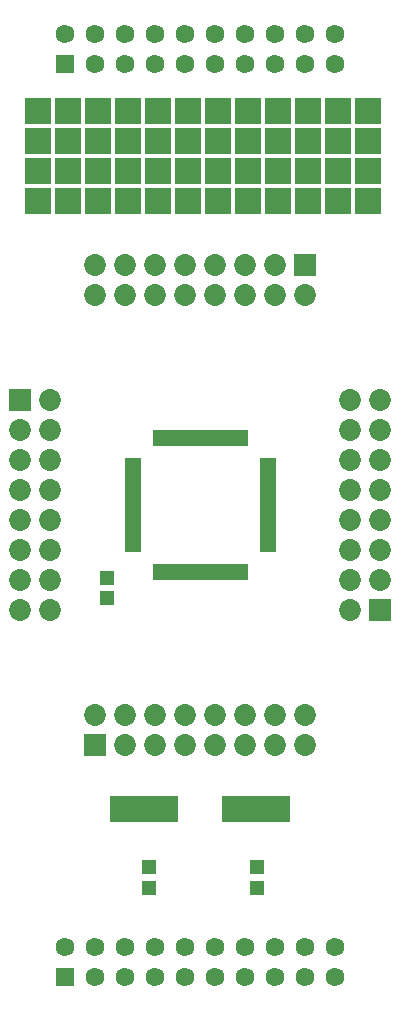
<source format=gbr>
%TF.GenerationSoftware,Altium Limited,Altium Designer,23.4.1 (23)*%
G04 Layer_Color=8388736*
%FSLAX45Y45*%
%MOMM*%
%TF.SameCoordinates,FC7CEE8C-9C91-443A-B6C4-03D5C87B0654*%
%TF.FilePolarity,Negative*%
%TF.FileFunction,Soldermask,Top*%
%TF.Part,Single*%
G01*
G75*
%TA.AperFunction,SMDPad,CuDef*%
%ADD26R,1.40320X0.50320*%
%ADD27R,0.50320X1.40320*%
%ADD28R,1.20320X1.30320*%
%ADD29R,5.80320X2.30320*%
%TA.AperFunction,ComponentPad*%
%ADD30C,1.85320*%
%ADD31R,1.85320X1.85320*%
%ADD32R,1.85320X1.85320*%
%TA.AperFunction,ViaPad*%
%ADD33R,2.20320X2.20320*%
%TA.AperFunction,ComponentPad*%
%ADD34R,1.59320X1.59320*%
%ADD35C,1.59320*%
D26*
X1080000Y4125000D02*
D03*
Y4175000D02*
D03*
Y4225000D02*
D03*
Y4275000D02*
D03*
Y4325000D02*
D03*
Y4375000D02*
D03*
Y4425000D02*
D03*
Y4475000D02*
D03*
Y4525000D02*
D03*
Y4575000D02*
D03*
Y4625000D02*
D03*
Y4675000D02*
D03*
Y4725000D02*
D03*
Y4775000D02*
D03*
Y4825000D02*
D03*
Y4875000D02*
D03*
X2220000D02*
D03*
Y4825000D02*
D03*
Y4775000D02*
D03*
Y4725000D02*
D03*
Y4675000D02*
D03*
Y4625000D02*
D03*
Y4575000D02*
D03*
Y4525000D02*
D03*
Y4475000D02*
D03*
Y4425000D02*
D03*
Y4375000D02*
D03*
Y4325000D02*
D03*
Y4275000D02*
D03*
Y4225000D02*
D03*
Y4175000D02*
D03*
Y4125000D02*
D03*
D27*
X1275000Y5070000D02*
D03*
X1325000D02*
D03*
X1375000D02*
D03*
X1425000D02*
D03*
X1475000D02*
D03*
X1525000D02*
D03*
X1575000D02*
D03*
X1625000D02*
D03*
X1675000D02*
D03*
X1725000D02*
D03*
X1775000D02*
D03*
X1825000D02*
D03*
X1875000D02*
D03*
X1925000D02*
D03*
X1975000D02*
D03*
X2025000D02*
D03*
Y3930000D02*
D03*
X1975000D02*
D03*
X1925000D02*
D03*
X1875000D02*
D03*
X1825000D02*
D03*
X1775000D02*
D03*
X1725000D02*
D03*
X1675000D02*
D03*
X1625000D02*
D03*
X1575000D02*
D03*
X1525000D02*
D03*
X1475000D02*
D03*
X1425000D02*
D03*
X1375000D02*
D03*
X1325000D02*
D03*
X1275000D02*
D03*
D28*
X863600Y3712300D02*
D03*
Y3882300D02*
D03*
X1219200Y1431200D02*
D03*
Y1261200D02*
D03*
X2133600Y1431200D02*
D03*
Y1261200D02*
D03*
D29*
X2125000Y1930400D02*
D03*
X1175000D02*
D03*
D30*
X2539000Y2721000D02*
D03*
Y2467000D02*
D03*
X2285000Y2721000D02*
D03*
Y2467000D02*
D03*
X2031000Y2721000D02*
D03*
Y2467000D02*
D03*
X1777000Y2721000D02*
D03*
Y2467000D02*
D03*
X1523000Y2721000D02*
D03*
Y2467000D02*
D03*
X1269000Y2721000D02*
D03*
Y2467000D02*
D03*
X1015000Y2721000D02*
D03*
Y2467000D02*
D03*
X761000Y2721000D02*
D03*
X2919000Y5389000D02*
D03*
X3173000D02*
D03*
X2919000Y5135000D02*
D03*
X3173000D02*
D03*
X2919000Y4881000D02*
D03*
X3173000D02*
D03*
X2919000Y4627000D02*
D03*
X3173000D02*
D03*
X2919000Y4373000D02*
D03*
X3173000D02*
D03*
X2919000Y4119000D02*
D03*
X3173000D02*
D03*
X2919000Y3865000D02*
D03*
X3173000D02*
D03*
X2919000Y3611000D02*
D03*
X381000D02*
D03*
X127000D02*
D03*
X381000Y3865000D02*
D03*
X127000D02*
D03*
X381000Y4119000D02*
D03*
X127000D02*
D03*
X381000Y4373000D02*
D03*
X127000D02*
D03*
X381000Y4627000D02*
D03*
X127000D02*
D03*
X381000Y4881000D02*
D03*
X127000D02*
D03*
X381000Y5135000D02*
D03*
X127000D02*
D03*
X381000Y5389000D02*
D03*
X761000Y6278000D02*
D03*
Y6532000D02*
D03*
X1015000Y6278000D02*
D03*
Y6532000D02*
D03*
X1269000Y6278000D02*
D03*
Y6532000D02*
D03*
X1523000Y6278000D02*
D03*
Y6532000D02*
D03*
X1777000Y6278000D02*
D03*
Y6532000D02*
D03*
X2031000Y6278000D02*
D03*
Y6532000D02*
D03*
X2285000Y6278000D02*
D03*
Y6532000D02*
D03*
X2539000Y6278000D02*
D03*
D31*
X761000Y2467000D02*
D03*
X2539000Y6532000D02*
D03*
D32*
X3173000Y3611000D02*
D03*
X127000Y5389000D02*
D03*
D33*
X279400Y7835900D02*
D03*
Y7581900D02*
D03*
X533400D02*
D03*
Y7835900D02*
D03*
X1041400D02*
D03*
Y7581900D02*
D03*
X787400D02*
D03*
Y7835900D02*
D03*
X1803400D02*
D03*
Y7581900D02*
D03*
X2057400D02*
D03*
Y7835900D02*
D03*
X1549400D02*
D03*
Y7581900D02*
D03*
X1295400D02*
D03*
Y7835900D02*
D03*
X2819400D02*
D03*
Y7581900D02*
D03*
X3073400D02*
D03*
Y7835900D02*
D03*
X2565400D02*
D03*
Y7581900D02*
D03*
X2311400D02*
D03*
Y7835900D02*
D03*
X2565400Y7327900D02*
D03*
Y7073900D02*
D03*
X2311400D02*
D03*
Y7327900D02*
D03*
X2819400D02*
D03*
Y7073900D02*
D03*
X3073400D02*
D03*
Y7327900D02*
D03*
X279400Y7073900D02*
D03*
X1549400Y7327900D02*
D03*
Y7073900D02*
D03*
X1803400Y7327900D02*
D03*
Y7073900D02*
D03*
X2057400D02*
D03*
Y7327900D02*
D03*
X1295400D02*
D03*
X787400Y7073900D02*
D03*
X533400D02*
D03*
X787400Y7327900D02*
D03*
X533400D02*
D03*
X1041400D02*
D03*
X279400D02*
D03*
X1295400Y7073900D02*
D03*
X1041400D02*
D03*
D34*
X508000Y8238000D02*
D03*
Y508000D02*
D03*
D35*
Y8492000D02*
D03*
X762000Y8238000D02*
D03*
Y8492000D02*
D03*
X1016000Y8238000D02*
D03*
Y8492000D02*
D03*
X1270000Y8238000D02*
D03*
Y8492000D02*
D03*
X1524000Y8238000D02*
D03*
Y8492000D02*
D03*
X1778000Y8238000D02*
D03*
Y8492000D02*
D03*
X2032000Y8238000D02*
D03*
Y8492000D02*
D03*
X2286000Y8238000D02*
D03*
Y8492000D02*
D03*
X2540000Y8238000D02*
D03*
Y8492000D02*
D03*
X2794000Y8238000D02*
D03*
Y8492000D02*
D03*
X508000Y762000D02*
D03*
X762000Y508000D02*
D03*
Y762000D02*
D03*
X1016000Y508000D02*
D03*
Y762000D02*
D03*
X1270000Y508000D02*
D03*
Y762000D02*
D03*
X1524000Y508000D02*
D03*
Y762000D02*
D03*
X1778000Y508000D02*
D03*
Y762000D02*
D03*
X2032000Y508000D02*
D03*
Y762000D02*
D03*
X2286000Y508000D02*
D03*
Y762000D02*
D03*
X2540000Y508000D02*
D03*
Y762000D02*
D03*
X2794000Y508000D02*
D03*
Y762000D02*
D03*
%TF.MD5,909d00e4c0ad643c6f3690665df77865*%
M02*

</source>
